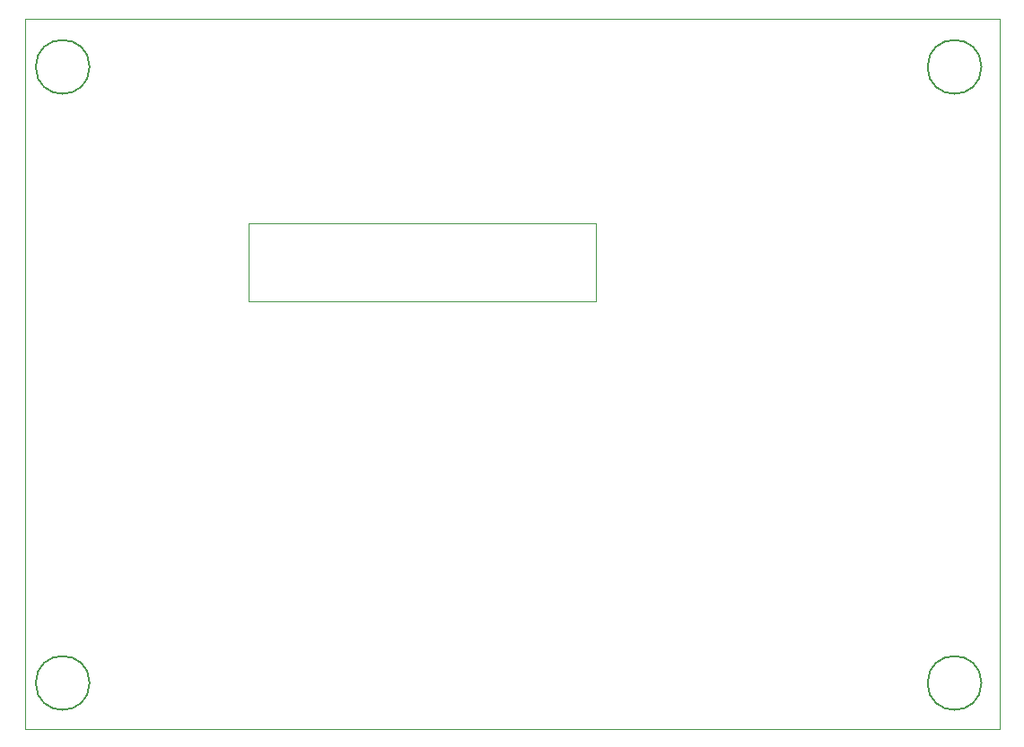
<source format=gbr>
%TF.GenerationSoftware,KiCad,Pcbnew,7.0.8*%
%TF.CreationDate,2024-03-05T19:06:49-05:00*%
%TF.ProjectId,UpdatedPCB2024,55706461-7465-4645-9043-42323032342e,rev?*%
%TF.SameCoordinates,Original*%
%TF.FileFunction,Profile,NP*%
%FSLAX46Y46*%
G04 Gerber Fmt 4.6, Leading zero omitted, Abs format (unit mm)*
G04 Created by KiCad (PCBNEW 7.0.8) date 2024-03-05 19:06:49*
%MOMM*%
%LPD*%
G01*
G04 APERTURE LIST*
%TA.AperFunction,Profile*%
%ADD10C,0.150000*%
%TD*%
%TA.AperFunction,Profile*%
%ADD11C,0.100000*%
%TD*%
G04 APERTURE END LIST*
D10*
X170751500Y-74422000D02*
G75*
G03*
X170751500Y-74422000I-2540000J0D01*
G01*
X170751500Y-132588000D02*
G75*
G03*
X170751500Y-132588000I-2540000J0D01*
G01*
X86614000Y-132588000D02*
G75*
G03*
X86614000Y-132588000I-2540000J0D01*
G01*
X86614000Y-74422000D02*
G75*
G03*
X86614000Y-74422000I-2540000J0D01*
G01*
D11*
X101600000Y-89154000D02*
X134366000Y-89154000D01*
X134366000Y-96520000D01*
X101600000Y-96520000D01*
X101600000Y-89154000D01*
X80518000Y-69850000D02*
X172466000Y-69850000D01*
X172466000Y-136906000D01*
X80518000Y-136906000D01*
X80518000Y-69850000D01*
M02*

</source>
